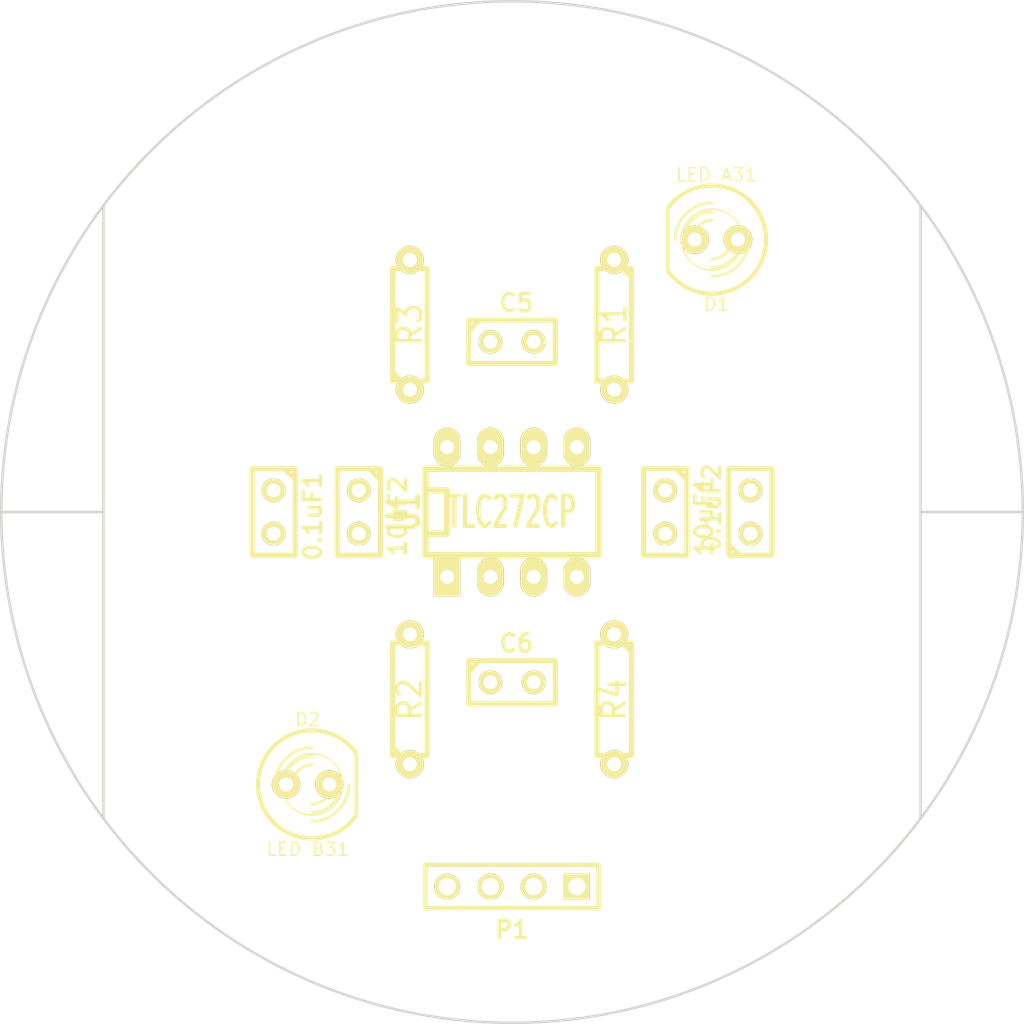
<source format=kicad_pcb>
(kicad_pcb (version 3) (host pcbnew "(2013-07-07 BZR 4022)-stable")

  (general
    (links 28)
    (no_connects 28)
    (area 0 0 0 0)
    (thickness 1.6)
    (drawings 7)
    (tracks 0)
    (zones 0)
    (modules 14)
    (nets 9)
  )

  (page A3)
  (layers
    (15 F.Cu signal)
    (0 B.Cu signal)
    (16 B.Adhes user)
    (17 F.Adhes user)
    (18 B.Paste user)
    (19 F.Paste user)
    (20 B.SilkS user)
    (21 F.SilkS user)
    (22 B.Mask user)
    (23 F.Mask user)
    (24 Dwgs.User user)
    (25 Cmts.User user)
    (26 Eco1.User user)
    (27 Eco2.User user)
    (28 Edge.Cuts user)
  )

  (setup
    (last_trace_width 0.254)
    (trace_clearance 0.254)
    (zone_clearance 0.508)
    (zone_45_only no)
    (trace_min 0.254)
    (segment_width 0.2)
    (edge_width 0.15)
    (via_size 0.889)
    (via_drill 0.635)
    (via_min_size 0.889)
    (via_min_drill 0.508)
    (uvia_size 0.508)
    (uvia_drill 0.127)
    (uvias_allowed no)
    (uvia_min_size 0.508)
    (uvia_min_drill 0.127)
    (pcb_text_width 0.3)
    (pcb_text_size 1.5 1.5)
    (mod_edge_width 0.15)
    (mod_text_size 1.5 1.5)
    (mod_text_width 0.15)
    (pad_size 1.524 1.524)
    (pad_drill 0.762)
    (pad_to_mask_clearance 0.2)
    (aux_axis_origin 0 0)
    (visible_elements FFFFFFBF)
    (pcbplotparams
      (layerselection 3178497)
      (usegerberextensions true)
      (excludeedgelayer true)
      (linewidth 0.100000)
      (plotframeref false)
      (viasonmask false)
      (mode 1)
      (useauxorigin false)
      (hpglpennumber 1)
      (hpglpenspeed 20)
      (hpglpendiameter 15)
      (hpglpenoverlay 2)
      (psnegative false)
      (psa4output false)
      (plotreference true)
      (plotvalue true)
      (plotothertext true)
      (plotinvisibletext false)
      (padsonsilk false)
      (subtractmaskfromsilk false)
      (outputformat 1)
      (mirror false)
      (drillshape 1)
      (scaleselection 1)
      (outputdirectory ""))
  )

  (net 0 "")
  (net 1 +5V)
  (net 2 /2)
  (net 3 /6)
  (net 4 /A1)
  (net 5 /A2)
  (net 6 GND)
  (net 7 N-000004)
  (net 8 N-000005)

  (net_class Default "This is the default net class."
    (clearance 0.254)
    (trace_width 0.254)
    (via_dia 0.889)
    (via_drill 0.635)
    (uvia_dia 0.508)
    (uvia_drill 0.127)
    (add_net "")
    (add_net +5V)
    (add_net /2)
    (add_net /6)
    (add_net /A1)
    (add_net /A2)
    (add_net GND)
    (add_net N-000004)
    (add_net N-000005)
  )

  (module R3-LARGE_PADS (layer F.Cu) (tedit 52CD55FD) (tstamp 52CD5353)
    (at 249 111 90)
    (descr "Resitance 3 pas")
    (tags R)
    (path /52CC7C6E)
    (autoplace_cost180 10)
    (fp_text reference R2 (at 0 0 90) (layer F.SilkS)
      (effects (font (size 1.397 1.27) (thickness 0.2032)))
    )
    (fp_text value R (at 0 0 90) (layer F.SilkS) hide
      (effects (font (size 1.397 1.27) (thickness 0.2032)))
    )
    (fp_line (start -3.81 0) (end -3.302 0) (layer F.SilkS) (width 0.3048))
    (fp_line (start 3.81 0) (end 3.302 0) (layer F.SilkS) (width 0.3048))
    (fp_line (start 3.302 0) (end 3.302 -1.016) (layer F.SilkS) (width 0.3048))
    (fp_line (start 3.302 -1.016) (end -3.302 -1.016) (layer F.SilkS) (width 0.3048))
    (fp_line (start -3.302 -1.016) (end -3.302 1.016) (layer F.SilkS) (width 0.3048))
    (fp_line (start -3.302 1.016) (end 3.302 1.016) (layer F.SilkS) (width 0.3048))
    (fp_line (start 3.302 1.016) (end 3.302 0) (layer F.SilkS) (width 0.3048))
    (fp_line (start -3.302 -0.508) (end -2.794 -1.016) (layer F.SilkS) (width 0.3048))
    (pad 1 thru_hole circle (at -3.81 0 90) (size 1.651 1.651) (drill 0.8128)
      (layers *.Cu *.Mask F.SilkS)
      (net 7 N-000004)
    )
    (pad 2 thru_hole circle (at 3.81 0 90) (size 1.651 1.651) (drill 0.8128)
      (layers *.Cu *.Mask F.SilkS)
      (net 2 /2)
    )
    (model discret/resistor.wrl
      (at (xyz 0 0 0))
      (scale (xyz 0.3 0.3 0.3))
      (rotate (xyz 0 0 0))
    )
  )

  (module R3-LARGE_PADS (layer F.Cu) (tedit 52CD5F94) (tstamp 52CD606F)
    (at 261 89 270)
    (descr "Resitance 3 pas")
    (tags R)
    (path /52CC7CE5)
    (autoplace_cost180 10)
    (fp_text reference R1 (at 0 0 270) (layer F.SilkS)
      (effects (font (size 1.397 1.27) (thickness 0.2032)))
    )
    (fp_text value R (at 0 0 270) (layer F.SilkS) hide
      (effects (font (size 1.397 1.27) (thickness 0.2032)))
    )
    (fp_line (start -3.81 0) (end -3.302 0) (layer F.SilkS) (width 0.3048))
    (fp_line (start 3.81 0) (end 3.302 0) (layer F.SilkS) (width 0.3048))
    (fp_line (start 3.302 0) (end 3.302 -1.016) (layer F.SilkS) (width 0.3048))
    (fp_line (start 3.302 -1.016) (end -3.302 -1.016) (layer F.SilkS) (width 0.3048))
    (fp_line (start -3.302 -1.016) (end -3.302 1.016) (layer F.SilkS) (width 0.3048))
    (fp_line (start -3.302 1.016) (end 3.302 1.016) (layer F.SilkS) (width 0.3048))
    (fp_line (start 3.302 1.016) (end 3.302 0) (layer F.SilkS) (width 0.3048))
    (fp_line (start -3.302 -0.508) (end -2.794 -1.016) (layer F.SilkS) (width 0.3048))
    (pad 1 thru_hole circle (at -3.81 0 270) (size 1.651 1.651) (drill 0.8128)
      (layers *.Cu *.Mask F.SilkS)
      (net 8 N-000005)
    )
    (pad 2 thru_hole circle (at 3.81 0 270) (size 1.651 1.651) (drill 0.8128)
      (layers *.Cu *.Mask F.SilkS)
      (net 3 /6)
    )
    (model discret/resistor.wrl
      (at (xyz 0 0 0))
      (scale (xyz 0.3 0.3 0.3))
      (rotate (xyz 0 0 0))
    )
  )

  (module R3-LARGE_PADS (layer F.Cu) (tedit 52CD5D0D) (tstamp 52CD536F)
    (at 249 89 90)
    (descr "Resitance 3 pas")
    (tags R)
    (path /52CC863A)
    (autoplace_cost180 10)
    (fp_text reference R3 (at 0 0 90) (layer F.SilkS)
      (effects (font (size 1.397 1.27) (thickness 0.2032)))
    )
    (fp_text value R (at 0 0 90) (layer F.SilkS) hide
      (effects (font (size 1.397 1.27) (thickness 0.2032)))
    )
    (fp_line (start -3.81 0) (end -3.302 0) (layer F.SilkS) (width 0.3048))
    (fp_line (start 3.81 0) (end 3.302 0) (layer F.SilkS) (width 0.3048))
    (fp_line (start 3.302 0) (end 3.302 -1.016) (layer F.SilkS) (width 0.3048))
    (fp_line (start 3.302 -1.016) (end -3.302 -1.016) (layer F.SilkS) (width 0.3048))
    (fp_line (start -3.302 -1.016) (end -3.302 1.016) (layer F.SilkS) (width 0.3048))
    (fp_line (start -3.302 1.016) (end 3.302 1.016) (layer F.SilkS) (width 0.3048))
    (fp_line (start 3.302 1.016) (end 3.302 0) (layer F.SilkS) (width 0.3048))
    (fp_line (start -3.302 -0.508) (end -2.794 -1.016) (layer F.SilkS) (width 0.3048))
    (pad 1 thru_hole circle (at -3.81 0 90) (size 1.651 1.651) (drill 0.8128)
      (layers *.Cu *.Mask F.SilkS)
      (net 5 /A2)
    )
    (pad 2 thru_hole circle (at 3.81 0 90) (size 1.651 1.651) (drill 0.8128)
      (layers *.Cu *.Mask F.SilkS)
      (net 8 N-000005)
    )
    (model discret/resistor.wrl
      (at (xyz 0 0 0))
      (scale (xyz 0.3 0.3 0.3))
      (rotate (xyz 0 0 0))
    )
  )

  (module R3-LARGE_PADS (layer F.Cu) (tedit 52CD5FC4) (tstamp 52CD537D)
    (at 261 111 270)
    (descr "Resitance 3 pas")
    (tags R)
    (path /52CC8665)
    (autoplace_cost180 10)
    (fp_text reference R4 (at 0 0 270) (layer F.SilkS)
      (effects (font (size 1.397 1.27) (thickness 0.2032)))
    )
    (fp_text value R (at 0 0 270) (layer F.SilkS) hide
      (effects (font (size 1.397 1.27) (thickness 0.2032)))
    )
    (fp_line (start -3.81 0) (end -3.302 0) (layer F.SilkS) (width 0.3048))
    (fp_line (start 3.81 0) (end 3.302 0) (layer F.SilkS) (width 0.3048))
    (fp_line (start 3.302 0) (end 3.302 -1.016) (layer F.SilkS) (width 0.3048))
    (fp_line (start 3.302 -1.016) (end -3.302 -1.016) (layer F.SilkS) (width 0.3048))
    (fp_line (start -3.302 -1.016) (end -3.302 1.016) (layer F.SilkS) (width 0.3048))
    (fp_line (start -3.302 1.016) (end 3.302 1.016) (layer F.SilkS) (width 0.3048))
    (fp_line (start 3.302 1.016) (end 3.302 0) (layer F.SilkS) (width 0.3048))
    (fp_line (start -3.302 -0.508) (end -2.794 -1.016) (layer F.SilkS) (width 0.3048))
    (pad 1 thru_hole circle (at -3.81 0 270) (size 1.651 1.651) (drill 0.8128)
      (layers *.Cu *.Mask F.SilkS)
      (net 4 /A1)
    )
    (pad 2 thru_hole circle (at 3.81 0 270) (size 1.651 1.651) (drill 0.8128)
      (layers *.Cu *.Mask F.SilkS)
      (net 7 N-000004)
    )
    (model discret/resistor.wrl
      (at (xyz 0 0 0))
      (scale (xyz 0.3 0.3 0.3))
      (rotate (xyz 0 0 0))
    )
  )

  (module PIN_ARRAY_4x1 (layer F.Cu) (tedit 4C10F42E) (tstamp 52CD5389)
    (at 255 122 180)
    (descr "Double rangee de contacts 2 x 5 pins")
    (tags CONN)
    (path /52CC818D)
    (fp_text reference P1 (at 0 -2.54 180) (layer F.SilkS)
      (effects (font (size 1.016 1.016) (thickness 0.2032)))
    )
    (fp_text value CONN_4 (at 0 2.54 180) (layer F.SilkS) hide
      (effects (font (size 1.016 1.016) (thickness 0.2032)))
    )
    (fp_line (start 5.08 1.27) (end -5.08 1.27) (layer F.SilkS) (width 0.254))
    (fp_line (start 5.08 -1.27) (end -5.08 -1.27) (layer F.SilkS) (width 0.254))
    (fp_line (start -5.08 -1.27) (end -5.08 1.27) (layer F.SilkS) (width 0.254))
    (fp_line (start 5.08 1.27) (end 5.08 -1.27) (layer F.SilkS) (width 0.254))
    (pad 1 thru_hole rect (at -3.81 0 180) (size 1.524 1.524) (drill 1.016)
      (layers *.Cu *.Mask F.SilkS)
      (net 4 /A1)
    )
    (pad 2 thru_hole circle (at -1.27 0 180) (size 1.524 1.524) (drill 1.016)
      (layers *.Cu *.Mask F.SilkS)
      (net 5 /A2)
    )
    (pad 3 thru_hole circle (at 1.27 0 180) (size 1.524 1.524) (drill 1.016)
      (layers *.Cu *.Mask F.SilkS)
      (net 1 +5V)
    )
    (pad 4 thru_hole circle (at 3.81 0 180) (size 1.524 1.524) (drill 1.016)
      (layers *.Cu *.Mask F.SilkS)
      (net 6 GND)
    )
    (model pin_array\pins_array_4x1.wrl
      (at (xyz 0 0 0))
      (scale (xyz 1 1 1))
      (rotate (xyz 0 0 0))
    )
  )

  (module LED-5MM (layer F.Cu) (tedit 50ADE86B) (tstamp 52CD5398)
    (at 267 84 180)
    (descr "LED 5mm - Lead pitch 100mil (2,54mm)")
    (tags "LED led 5mm 5MM 100mil 2,54mm")
    (path /52CC7B96)
    (fp_text reference D1 (at 0 -3.81 180) (layer F.SilkS)
      (effects (font (size 0.762 0.762) (thickness 0.0889)))
    )
    (fp_text value "LED A31" (at 0 3.81 180) (layer F.SilkS)
      (effects (font (size 0.762 0.762) (thickness 0.0889)))
    )
    (fp_line (start 2.8448 1.905) (end 2.8448 -1.905) (layer F.SilkS) (width 0.2032))
    (fp_circle (center 0.254 0) (end -1.016 1.27) (layer F.SilkS) (width 0.0762))
    (fp_arc (start 0.254 0) (end 2.794 1.905) (angle 286.2) (layer F.SilkS) (width 0.254))
    (fp_arc (start 0.254 0) (end -0.889 0) (angle 90) (layer F.SilkS) (width 0.1524))
    (fp_arc (start 0.254 0) (end 1.397 0) (angle 90) (layer F.SilkS) (width 0.1524))
    (fp_arc (start 0.254 0) (end -1.397 0) (angle 90) (layer F.SilkS) (width 0.1524))
    (fp_arc (start 0.254 0) (end 1.905 0) (angle 90) (layer F.SilkS) (width 0.1524))
    (fp_arc (start 0.254 0) (end -1.905 0) (angle 90) (layer F.SilkS) (width 0.1524))
    (fp_arc (start 0.254 0) (end 2.413 0) (angle 90) (layer F.SilkS) (width 0.1524))
    (pad 1 thru_hole circle (at -1.27 0 180) (size 1.6764 1.6764) (drill 0.8128)
      (layers *.Cu *.Mask F.SilkS)
      (net 6 GND)
    )
    (pad 2 thru_hole circle (at 1.27 0 180) (size 1.6764 1.6764) (drill 0.8128)
      (layers *.Cu *.Mask F.SilkS)
      (net 3 /6)
    )
    (model discret/leds/led5_vertical_verde.wrl
      (at (xyz 0 0 0))
      (scale (xyz 1 1 1))
      (rotate (xyz 0 0 0))
    )
  )

  (module LED-5MM (layer F.Cu) (tedit 50ADE86B) (tstamp 52CD53A7)
    (at 243 116)
    (descr "LED 5mm - Lead pitch 100mil (2,54mm)")
    (tags "LED led 5mm 5MM 100mil 2,54mm")
    (path /52CC7BA3)
    (fp_text reference D2 (at 0 -3.81) (layer F.SilkS)
      (effects (font (size 0.762 0.762) (thickness 0.0889)))
    )
    (fp_text value "LED B31" (at 0 3.81) (layer F.SilkS)
      (effects (font (size 0.762 0.762) (thickness 0.0889)))
    )
    (fp_line (start 2.8448 1.905) (end 2.8448 -1.905) (layer F.SilkS) (width 0.2032))
    (fp_circle (center 0.254 0) (end -1.016 1.27) (layer F.SilkS) (width 0.0762))
    (fp_arc (start 0.254 0) (end 2.794 1.905) (angle 286.2) (layer F.SilkS) (width 0.254))
    (fp_arc (start 0.254 0) (end -0.889 0) (angle 90) (layer F.SilkS) (width 0.1524))
    (fp_arc (start 0.254 0) (end 1.397 0) (angle 90) (layer F.SilkS) (width 0.1524))
    (fp_arc (start 0.254 0) (end -1.397 0) (angle 90) (layer F.SilkS) (width 0.1524))
    (fp_arc (start 0.254 0) (end 1.905 0) (angle 90) (layer F.SilkS) (width 0.1524))
    (fp_arc (start 0.254 0) (end -1.905 0) (angle 90) (layer F.SilkS) (width 0.1524))
    (fp_arc (start 0.254 0) (end 2.413 0) (angle 90) (layer F.SilkS) (width 0.1524))
    (pad 1 thru_hole circle (at -1.27 0) (size 1.6764 1.6764) (drill 0.8128)
      (layers *.Cu *.Mask F.SilkS)
      (net 6 GND)
    )
    (pad 2 thru_hole circle (at 1.27 0) (size 1.6764 1.6764) (drill 0.8128)
      (layers *.Cu *.Mask F.SilkS)
      (net 2 /2)
    )
    (model discret/leds/led5_vertical_verde.wrl
      (at (xyz 0 0 0))
      (scale (xyz 1 1 1))
      (rotate (xyz 0 0 0))
    )
  )

  (module DIP-8__300_ELL (layer F.Cu) (tedit 200000) (tstamp 52CD53BA)
    (at 255 100)
    (descr "8 pins DIL package, elliptical pads")
    (tags DIL)
    (path /52CC7B30)
    (fp_text reference U1 (at -6.35 0 90) (layer F.SilkS)
      (effects (font (size 1.778 1.143) (thickness 0.3048)))
    )
    (fp_text value TLC272CP (at 0 0) (layer F.SilkS)
      (effects (font (size 1.778 1.016) (thickness 0.3048)))
    )
    (fp_line (start -5.08 -1.27) (end -3.81 -1.27) (layer F.SilkS) (width 0.381))
    (fp_line (start -3.81 -1.27) (end -3.81 1.27) (layer F.SilkS) (width 0.381))
    (fp_line (start -3.81 1.27) (end -5.08 1.27) (layer F.SilkS) (width 0.381))
    (fp_line (start -5.08 -2.54) (end 5.08 -2.54) (layer F.SilkS) (width 0.381))
    (fp_line (start 5.08 -2.54) (end 5.08 2.54) (layer F.SilkS) (width 0.381))
    (fp_line (start 5.08 2.54) (end -5.08 2.54) (layer F.SilkS) (width 0.381))
    (fp_line (start -5.08 2.54) (end -5.08 -2.54) (layer F.SilkS) (width 0.381))
    (pad 1 thru_hole rect (at -3.81 3.81) (size 1.5748 2.286) (drill 0.8128)
      (layers *.Cu *.Mask F.SilkS)
      (net 4 /A1)
    )
    (pad 2 thru_hole oval (at -1.27 3.81) (size 1.5748 2.286) (drill 0.8128)
      (layers *.Cu *.Mask F.SilkS)
      (net 2 /2)
    )
    (pad 3 thru_hole oval (at 1.27 3.81) (size 1.5748 2.286) (drill 0.8128)
      (layers *.Cu *.Mask F.SilkS)
      (net 6 GND)
    )
    (pad 4 thru_hole oval (at 3.81 3.81) (size 1.5748 2.286) (drill 0.8128)
      (layers *.Cu *.Mask F.SilkS)
      (net 6 GND)
    )
    (pad 5 thru_hole oval (at 3.81 -3.81) (size 1.5748 2.286) (drill 0.8128)
      (layers *.Cu *.Mask F.SilkS)
      (net 6 GND)
    )
    (pad 6 thru_hole oval (at 1.27 -3.81) (size 1.5748 2.286) (drill 0.8128)
      (layers *.Cu *.Mask F.SilkS)
      (net 3 /6)
    )
    (pad 7 thru_hole oval (at -1.27 -3.81) (size 1.5748 2.286) (drill 0.8128)
      (layers *.Cu *.Mask F.SilkS)
      (net 5 /A2)
    )
    (pad 8 thru_hole oval (at -3.81 -3.81) (size 1.5748 2.286) (drill 0.8128)
      (layers *.Cu *.Mask F.SilkS)
      (net 1 +5V)
    )
    (model dil/dil_8.wrl
      (at (xyz 0 0 0))
      (scale (xyz 1 1 1))
      (rotate (xyz 0 0 0))
    )
  )

  (module C1 (layer F.Cu) (tedit 3F92C496) (tstamp 52CD53C5)
    (at 241 100 270)
    (descr "Condensateur e = 1 pas")
    (tags C)
    (path /52CC7B60)
    (fp_text reference 0.1uF1 (at 0.254 -2.286 270) (layer F.SilkS)
      (effects (font (size 1.016 1.016) (thickness 0.2032)))
    )
    (fp_text value C1 (at 0 -2.286 270) (layer F.SilkS) hide
      (effects (font (size 1.016 1.016) (thickness 0.2032)))
    )
    (fp_line (start -2.4892 -1.27) (end 2.54 -1.27) (layer F.SilkS) (width 0.3048))
    (fp_line (start 2.54 -1.27) (end 2.54 1.27) (layer F.SilkS) (width 0.3048))
    (fp_line (start 2.54 1.27) (end -2.54 1.27) (layer F.SilkS) (width 0.3048))
    (fp_line (start -2.54 1.27) (end -2.54 -1.27) (layer F.SilkS) (width 0.3048))
    (fp_line (start -2.54 -0.635) (end -1.905 -1.27) (layer F.SilkS) (width 0.3048))
    (pad 1 thru_hole circle (at -1.27 0 270) (size 1.397 1.397) (drill 0.8128)
      (layers *.Cu *.Mask F.SilkS)
      (net 1 +5V)
    )
    (pad 2 thru_hole circle (at 1.27 0 270) (size 1.397 1.397) (drill 0.8128)
      (layers *.Cu *.Mask F.SilkS)
      (net 6 GND)
    )
    (model discret/capa_1_pas.wrl
      (at (xyz 0 0 0))
      (scale (xyz 1 1 1))
      (rotate (xyz 0 0 0))
    )
  )

  (module C1 (layer F.Cu) (tedit 3F92C496) (tstamp 52CD53D0)
    (at 269 100 90)
    (descr "Condensateur e = 1 pas")
    (tags C)
    (path /52CC7B6D)
    (fp_text reference 0.1uF2 (at 0.254 -2.286 90) (layer F.SilkS)
      (effects (font (size 1.016 1.016) (thickness 0.2032)))
    )
    (fp_text value C2 (at 0 -2.286 90) (layer F.SilkS) hide
      (effects (font (size 1.016 1.016) (thickness 0.2032)))
    )
    (fp_line (start -2.4892 -1.27) (end 2.54 -1.27) (layer F.SilkS) (width 0.3048))
    (fp_line (start 2.54 -1.27) (end 2.54 1.27) (layer F.SilkS) (width 0.3048))
    (fp_line (start 2.54 1.27) (end -2.54 1.27) (layer F.SilkS) (width 0.3048))
    (fp_line (start -2.54 1.27) (end -2.54 -1.27) (layer F.SilkS) (width 0.3048))
    (fp_line (start -2.54 -0.635) (end -1.905 -1.27) (layer F.SilkS) (width 0.3048))
    (pad 1 thru_hole circle (at -1.27 0 90) (size 1.397 1.397) (drill 0.8128)
      (layers *.Cu *.Mask F.SilkS)
      (net 6 GND)
    )
    (pad 2 thru_hole circle (at 1.27 0 90) (size 1.397 1.397) (drill 0.8128)
      (layers *.Cu *.Mask F.SilkS)
      (net 1 +5V)
    )
    (model discret/capa_1_pas.wrl
      (at (xyz 0 0 0))
      (scale (xyz 1 1 1))
      (rotate (xyz 0 0 0))
    )
  )

  (module C1 (layer F.Cu) (tedit 3F92C496) (tstamp 52CD53DB)
    (at 255 110)
    (descr "Condensateur e = 1 pas")
    (tags C)
    (path /52CC7B73)
    (fp_text reference C6 (at 0.254 -2.286) (layer F.SilkS)
      (effects (font (size 1.016 1.016) (thickness 0.2032)))
    )
    (fp_text value 0.1uF (at 0 -2.286) (layer F.SilkS) hide
      (effects (font (size 1.016 1.016) (thickness 0.2032)))
    )
    (fp_line (start -2.4892 -1.27) (end 2.54 -1.27) (layer F.SilkS) (width 0.3048))
    (fp_line (start 2.54 -1.27) (end 2.54 1.27) (layer F.SilkS) (width 0.3048))
    (fp_line (start 2.54 1.27) (end -2.54 1.27) (layer F.SilkS) (width 0.3048))
    (fp_line (start -2.54 1.27) (end -2.54 -1.27) (layer F.SilkS) (width 0.3048))
    (fp_line (start -2.54 -0.635) (end -1.905 -1.27) (layer F.SilkS) (width 0.3048))
    (pad 1 thru_hole circle (at -1.27 0) (size 1.397 1.397) (drill 0.8128)
      (layers *.Cu *.Mask F.SilkS)
      (net 2 /2)
    )
    (pad 2 thru_hole circle (at 1.27 0) (size 1.397 1.397) (drill 0.8128)
      (layers *.Cu *.Mask F.SilkS)
      (net 4 /A1)
    )
    (model discret/capa_1_pas.wrl
      (at (xyz 0 0 0))
      (scale (xyz 1 1 1))
      (rotate (xyz 0 0 0))
    )
  )

  (module C1 (layer F.Cu) (tedit 3F92C496) (tstamp 52CD53E6)
    (at 255 90)
    (descr "Condensateur e = 1 pas")
    (tags C)
    (path /52CC7B79)
    (fp_text reference C5 (at 0.254 -2.286) (layer F.SilkS)
      (effects (font (size 1.016 1.016) (thickness 0.2032)))
    )
    (fp_text value 0.1uF (at 0 -2.286) (layer F.SilkS) hide
      (effects (font (size 1.016 1.016) (thickness 0.2032)))
    )
    (fp_line (start -2.4892 -1.27) (end 2.54 -1.27) (layer F.SilkS) (width 0.3048))
    (fp_line (start 2.54 -1.27) (end 2.54 1.27) (layer F.SilkS) (width 0.3048))
    (fp_line (start 2.54 1.27) (end -2.54 1.27) (layer F.SilkS) (width 0.3048))
    (fp_line (start -2.54 1.27) (end -2.54 -1.27) (layer F.SilkS) (width 0.3048))
    (fp_line (start -2.54 -0.635) (end -1.905 -1.27) (layer F.SilkS) (width 0.3048))
    (pad 1 thru_hole circle (at -1.27 0) (size 1.397 1.397) (drill 0.8128)
      (layers *.Cu *.Mask F.SilkS)
      (net 5 /A2)
    )
    (pad 2 thru_hole circle (at 1.27 0) (size 1.397 1.397) (drill 0.8128)
      (layers *.Cu *.Mask F.SilkS)
      (net 3 /6)
    )
    (model discret/capa_1_pas.wrl
      (at (xyz 0 0 0))
      (scale (xyz 1 1 1))
      (rotate (xyz 0 0 0))
    )
  )

  (module C1 (layer F.Cu) (tedit 3F92C496) (tstamp 52CD53F1)
    (at 246 100 270)
    (descr "Condensateur e = 1 pas")
    (tags C)
    (path /52CC7B81)
    (fp_text reference 10uF2 (at 0.254 -2.286 270) (layer F.SilkS)
      (effects (font (size 1.016 1.016) (thickness 0.2032)))
    )
    (fp_text value CP1 (at 0 -2.286 270) (layer F.SilkS) hide
      (effects (font (size 1.016 1.016) (thickness 0.2032)))
    )
    (fp_line (start -2.4892 -1.27) (end 2.54 -1.27) (layer F.SilkS) (width 0.3048))
    (fp_line (start 2.54 -1.27) (end 2.54 1.27) (layer F.SilkS) (width 0.3048))
    (fp_line (start 2.54 1.27) (end -2.54 1.27) (layer F.SilkS) (width 0.3048))
    (fp_line (start -2.54 1.27) (end -2.54 -1.27) (layer F.SilkS) (width 0.3048))
    (fp_line (start -2.54 -0.635) (end -1.905 -1.27) (layer F.SilkS) (width 0.3048))
    (pad 1 thru_hole circle (at -1.27 0 270) (size 1.397 1.397) (drill 0.8128)
      (layers *.Cu *.Mask F.SilkS)
      (net 1 +5V)
    )
    (pad 2 thru_hole circle (at 1.27 0 270) (size 1.397 1.397) (drill 0.8128)
      (layers *.Cu *.Mask F.SilkS)
      (net 6 GND)
    )
    (model discret/capa_1_pas.wrl
      (at (xyz 0 0 0))
      (scale (xyz 1 1 1))
      (rotate (xyz 0 0 0))
    )
  )

  (module C1 (layer F.Cu) (tedit 3F92C496) (tstamp 52CD53FC)
    (at 264 100 270)
    (descr "Condensateur e = 1 pas")
    (tags C)
    (path /52CC7B8E)
    (fp_text reference 10uF1 (at 0.254 -2.286 270) (layer F.SilkS)
      (effects (font (size 1.016 1.016) (thickness 0.2032)))
    )
    (fp_text value CP2 (at 0 -2.286 270) (layer F.SilkS) hide
      (effects (font (size 1.016 1.016) (thickness 0.2032)))
    )
    (fp_line (start -2.4892 -1.27) (end 2.54 -1.27) (layer F.SilkS) (width 0.3048))
    (fp_line (start 2.54 -1.27) (end 2.54 1.27) (layer F.SilkS) (width 0.3048))
    (fp_line (start 2.54 1.27) (end -2.54 1.27) (layer F.SilkS) (width 0.3048))
    (fp_line (start -2.54 1.27) (end -2.54 -1.27) (layer F.SilkS) (width 0.3048))
    (fp_line (start -2.54 -0.635) (end -1.905 -1.27) (layer F.SilkS) (width 0.3048))
    (pad 1 thru_hole circle (at -1.27 0 270) (size 1.397 1.397) (drill 0.8128)
      (layers *.Cu *.Mask F.SilkS)
      (net 1 +5V)
    )
    (pad 2 thru_hole circle (at 1.27 0 270) (size 1.397 1.397) (drill 0.8128)
      (layers *.Cu *.Mask F.SilkS)
      (net 6 GND)
    )
    (model discret/capa_1_pas.wrl
      (at (xyz 0 0 0))
      (scale (xyz 1 1 1))
      (rotate (xyz 0 0 0))
    )
  )

  (gr_line (start 231 100) (end 231 82) (angle 90) (layer Edge.Cuts) (width 0.15))
  (gr_line (start 231 100) (end 231 118) (angle 90) (layer Edge.Cuts) (width 0.15))
  (gr_line (start 225 100) (end 231 100) (angle 90) (layer Edge.Cuts) (width 0.15))
  (gr_line (start 279 100) (end 279 118) (angle 90) (layer Edge.Cuts) (width 0.15))
  (gr_line (start 279 100) (end 279 82) (angle 90) (layer Edge.Cuts) (width 0.15))
  (gr_line (start 285 100) (end 279 100) (angle 90) (layer Edge.Cuts) (width 0.15))
  (gr_circle (center 255 100) (end 285 100) (layer Edge.Cuts) (width 0.15))

)

</source>
